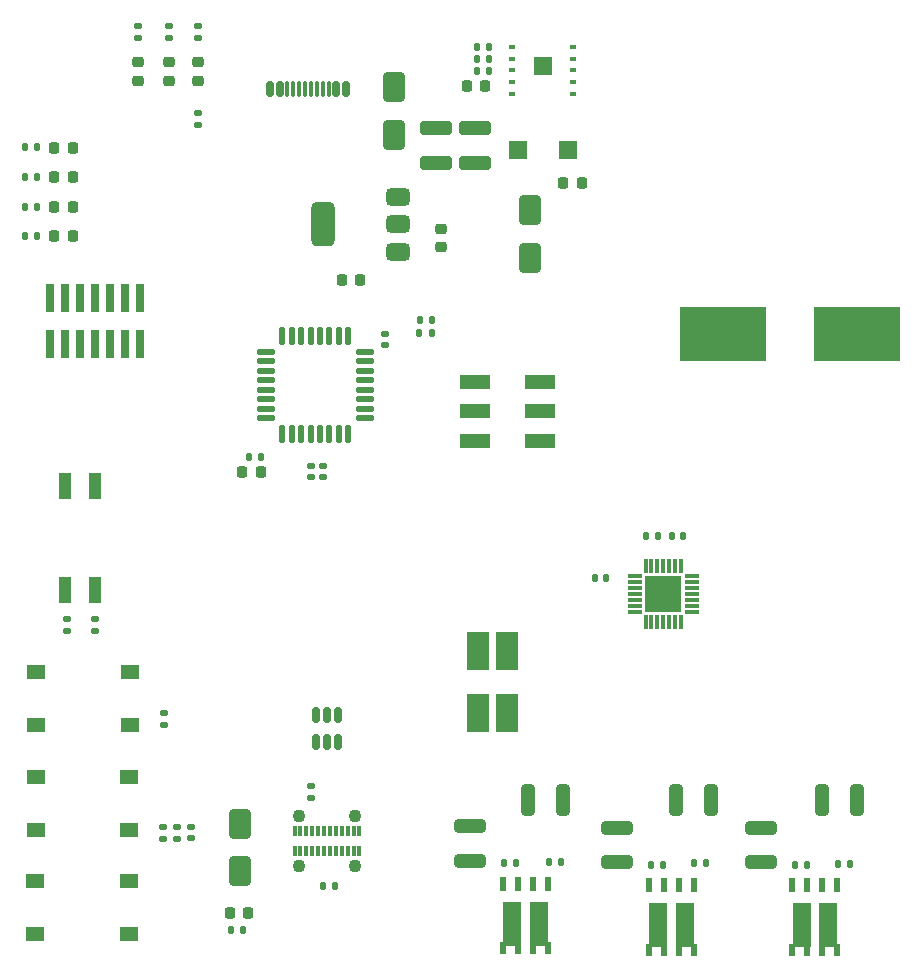
<source format=gbr>
%TF.GenerationSoftware,KiCad,Pcbnew,9.0.0*%
%TF.CreationDate,2025-03-24T22:57:22+01:00*%
%TF.ProjectId,Motor_driver,4d6f746f-725f-4647-9269-7665722e6b69,rev?*%
%TF.SameCoordinates,Original*%
%TF.FileFunction,Paste,Top*%
%TF.FilePolarity,Positive*%
%FSLAX46Y46*%
G04 Gerber Fmt 4.6, Leading zero omitted, Abs format (unit mm)*
G04 Created by KiCad (PCBNEW 9.0.0) date 2025-03-24 22:57:22*
%MOMM*%
%LPD*%
G01*
G04 APERTURE LIST*
G04 Aperture macros list*
%AMRoundRect*
0 Rectangle with rounded corners*
0 $1 Rounding radius*
0 $2 $3 $4 $5 $6 $7 $8 $9 X,Y pos of 4 corners*
0 Add a 4 corners polygon primitive as box body*
4,1,4,$2,$3,$4,$5,$6,$7,$8,$9,$2,$3,0*
0 Add four circle primitives for the rounded corners*
1,1,$1+$1,$2,$3*
1,1,$1+$1,$4,$5*
1,1,$1+$1,$6,$7*
1,1,$1+$1,$8,$9*
0 Add four rect primitives between the rounded corners*
20,1,$1+$1,$2,$3,$4,$5,0*
20,1,$1+$1,$4,$5,$6,$7,0*
20,1,$1+$1,$6,$7,$8,$9,0*
20,1,$1+$1,$8,$9,$2,$3,0*%
G04 Aperture macros list end*
%ADD10R,1.900000X3.250000*%
%ADD11RoundRect,0.250000X1.075000X-0.312500X1.075000X0.312500X-1.075000X0.312500X-1.075000X-0.312500X0*%
%ADD12R,0.610000X1.020000*%
%ADD13R,1.650000X3.810000*%
%ADD14R,0.610000X1.270000*%
%ADD15RoundRect,0.135000X-0.135000X-0.185000X0.135000X-0.185000X0.135000X0.185000X-0.135000X0.185000X0*%
%ADD16RoundRect,0.250000X0.312500X1.075000X-0.312500X1.075000X-0.312500X-1.075000X0.312500X-1.075000X0*%
%ADD17RoundRect,0.135000X0.135000X0.185000X-0.135000X0.185000X-0.135000X-0.185000X0.135000X-0.185000X0*%
%ADD18RoundRect,0.250000X-1.100000X0.325000X-1.100000X-0.325000X1.100000X-0.325000X1.100000X0.325000X0*%
%ADD19RoundRect,0.225000X-0.250000X0.225000X-0.250000X-0.225000X0.250000X-0.225000X0.250000X0.225000X0*%
%ADD20RoundRect,0.135000X-0.185000X0.135000X-0.185000X-0.135000X0.185000X-0.135000X0.185000X0.135000X0*%
%ADD21R,1.550000X1.300000*%
%ADD22RoundRect,0.250000X0.650000X-1.000000X0.650000X1.000000X-0.650000X1.000000X-0.650000X-1.000000X0*%
%ADD23RoundRect,0.218750X-0.218750X-0.256250X0.218750X-0.256250X0.218750X0.256250X-0.218750X0.256250X0*%
%ADD24R,0.500000X0.400000*%
%ADD25R,1.500000X1.500000*%
%ADD26R,0.740000X2.400000*%
%ADD27RoundRect,0.140000X-0.140000X-0.170000X0.140000X-0.170000X0.140000X0.170000X-0.140000X0.170000X0*%
%ADD28R,0.300000X0.850000*%
%ADD29C,1.100000*%
%ADD30RoundRect,0.218750X0.256250X-0.218750X0.256250X0.218750X-0.256250X0.218750X-0.256250X-0.218750X0*%
%ADD31RoundRect,0.125000X0.125000X-0.625000X0.125000X0.625000X-0.125000X0.625000X-0.125000X-0.625000X0*%
%ADD32RoundRect,0.125000X0.625000X-0.125000X0.625000X0.125000X-0.625000X0.125000X-0.625000X-0.125000X0*%
%ADD33RoundRect,0.140000X0.170000X-0.140000X0.170000X0.140000X-0.170000X0.140000X-0.170000X-0.140000X0*%
%ADD34RoundRect,0.150000X0.150000X0.500000X-0.150000X0.500000X-0.150000X-0.500000X0.150000X-0.500000X0*%
%ADD35RoundRect,0.075000X0.075000X0.575000X-0.075000X0.575000X-0.075000X-0.575000X0.075000X-0.575000X0*%
%ADD36R,0.300000X1.150000*%
%ADD37R,1.150000X0.300000*%
%ADD38R,3.150000X3.150000*%
%ADD39RoundRect,0.135000X0.185000X-0.135000X0.185000X0.135000X-0.185000X0.135000X-0.185000X-0.135000X0*%
%ADD40RoundRect,0.250000X-0.650000X1.000000X-0.650000X-1.000000X0.650000X-1.000000X0.650000X1.000000X0*%
%ADD41R,1.100000X2.200000*%
%ADD42RoundRect,0.150000X-0.150000X0.512500X-0.150000X-0.512500X0.150000X-0.512500X0.150000X0.512500X0*%
%ADD43RoundRect,0.225000X0.225000X0.250000X-0.225000X0.250000X-0.225000X-0.250000X0.225000X-0.250000X0*%
%ADD44RoundRect,0.225000X0.250000X-0.225000X0.250000X0.225000X-0.250000X0.225000X-0.250000X-0.225000X0*%
%ADD45R,7.350000X4.650000*%
%ADD46RoundRect,0.140000X-0.170000X0.140000X-0.170000X-0.140000X0.170000X-0.140000X0.170000X0.140000X0*%
%ADD47RoundRect,0.375000X0.625000X0.375000X-0.625000X0.375000X-0.625000X-0.375000X0.625000X-0.375000X0*%
%ADD48RoundRect,0.500000X0.500000X1.400000X-0.500000X1.400000X-0.500000X-1.400000X0.500000X-1.400000X0*%
%ADD49RoundRect,0.225000X-0.225000X-0.250000X0.225000X-0.250000X0.225000X0.250000X-0.225000X0.250000X0*%
%ADD50RoundRect,0.140000X0.140000X0.170000X-0.140000X0.170000X-0.140000X-0.170000X0.140000X-0.170000X0*%
%ADD51RoundRect,0.036364X1.213636X-0.563636X1.213636X0.563636X-1.213636X0.563636X-1.213636X-0.563636X0*%
G04 APERTURE END LIST*
D10*
%TO.C,R3*%
X108000000Y-116000000D03*
X105500000Y-116000000D03*
X105500000Y-110750000D03*
X108000000Y-110750000D03*
%TD*%
D11*
%TO.C,R37*%
X129469999Y-125670000D03*
X129469999Y-128595000D03*
%TD*%
D12*
%TO.C,SQJ746ELP3*%
X132134999Y-136000000D03*
X133404999Y-136000000D03*
D13*
X132909999Y-133895000D03*
D12*
X134674999Y-136000000D03*
X135944999Y-136000000D03*
D13*
X135169999Y-133895000D03*
D14*
X132134999Y-130534999D03*
X133404999Y-130535000D03*
X134674999Y-130535000D03*
X135944999Y-130534999D03*
%TD*%
D15*
%TO.C,R38*%
X133389997Y-128795000D03*
X132369999Y-128795000D03*
%TD*%
D16*
%TO.C,R36*%
X134675000Y-123300000D03*
X137600000Y-123300000D03*
%TD*%
D17*
%TO.C,R35*%
X135980001Y-128710000D03*
X136999999Y-128710000D03*
%TD*%
D18*
%TO.C,C1*%
X105300000Y-69375001D03*
X105300000Y-66424999D03*
%TD*%
%TO.C,C2*%
X102000000Y-66424999D03*
X102000000Y-69375001D03*
%TD*%
D19*
%TO.C,C5*%
X102400000Y-75000000D03*
X102400000Y-76550000D03*
%TD*%
D20*
%TO.C,R2*%
X81810000Y-65130002D03*
X81810000Y-66150000D03*
%TD*%
D21*
%TO.C,SW6*%
X76049999Y-117000000D03*
X76049999Y-112500000D03*
X68099999Y-117000000D03*
X68099999Y-112500000D03*
%TD*%
D17*
%TO.C,R31*%
X124859998Y-128640000D03*
X123840000Y-128640000D03*
%TD*%
D22*
%TO.C,D4*%
X98400000Y-67000000D03*
X98400000Y-62999998D03*
%TD*%
D20*
%TO.C,R14*%
X70700000Y-108000000D03*
X70700000Y-109019998D03*
%TD*%
D17*
%TO.C,R4*%
X106409999Y-59600000D03*
X105390001Y-59600000D03*
%TD*%
D15*
%TO.C,R9*%
X84579900Y-134371575D03*
X85599898Y-134371575D03*
%TD*%
D23*
%TO.C,D9*%
X69614998Y-68090000D03*
X71190000Y-68090000D03*
%TD*%
D14*
%TO.C,SQJ746ELP1*%
X111444999Y-130434999D03*
X110174999Y-130435000D03*
X108904999Y-130435000D03*
X107634999Y-130434999D03*
D13*
X110669999Y-133795000D03*
D12*
X111444999Y-135900000D03*
X110174999Y-135900000D03*
D13*
X108409999Y-133795000D03*
D12*
X108904999Y-135900000D03*
X107634999Y-135900000D03*
%TD*%
D24*
%TO.C,PS1*%
X108400000Y-59550000D03*
X108400000Y-60550000D03*
X108399999Y-61550000D03*
X108400000Y-62550000D03*
X108400000Y-63550000D03*
D25*
X108900000Y-68300000D03*
X113100000Y-68300000D03*
D24*
X113600000Y-63550000D03*
X113600000Y-62550000D03*
X113600001Y-61550000D03*
X113600000Y-60550000D03*
X113600000Y-59550000D03*
D25*
X111000000Y-61150000D03*
%TD*%
D21*
%TO.C,SW1*%
X75990000Y-134680000D03*
X75990000Y-130180000D03*
X68040000Y-134680000D03*
X68040000Y-130180000D03*
%TD*%
D26*
%TO.C,J4*%
X69250000Y-84700000D03*
X69250000Y-80800000D03*
X70520000Y-84700000D03*
X70520000Y-80800000D03*
X71790000Y-84700000D03*
X71790000Y-80800000D03*
X73060000Y-84700000D03*
X73060000Y-80800000D03*
X74330000Y-84700000D03*
X74330000Y-80800000D03*
X75600000Y-84700000D03*
X75600000Y-80800000D03*
X76870000Y-84700000D03*
X76870000Y-80800000D03*
%TD*%
D27*
%TO.C,C3*%
X115390000Y-104500000D03*
X116350000Y-104500000D03*
%TD*%
D17*
%TO.C,R23*%
X101590000Y-82700000D03*
X100570002Y-82700000D03*
%TD*%
D20*
%TO.C,R18*%
X80050000Y-125580002D03*
X80050000Y-126600000D03*
%TD*%
D28*
%TO.C,J6*%
X95479900Y-127641573D03*
X94979900Y-127641573D03*
X94479900Y-127641573D03*
X93979900Y-127641573D03*
X93479900Y-127641573D03*
X92979900Y-127641573D03*
X92479900Y-127641573D03*
X91979900Y-127641573D03*
X91479900Y-127641573D03*
X90979900Y-127641573D03*
X90479900Y-127641573D03*
X89979900Y-127641573D03*
X89979900Y-125971573D03*
X90479900Y-125971573D03*
X90979900Y-125971573D03*
X91479900Y-125971573D03*
X91979900Y-125971573D03*
X92479900Y-125971573D03*
X92979900Y-125971573D03*
X93479900Y-125971573D03*
X93979900Y-125971573D03*
X94479900Y-125971573D03*
X94979900Y-125971573D03*
X95479900Y-125971573D03*
D29*
X95129900Y-128956573D03*
X95129900Y-124656573D03*
X90329900Y-128956573D03*
X90329900Y-124656573D03*
%TD*%
D30*
%TO.C,D11*%
X79319253Y-62424032D03*
X79319253Y-60849030D03*
%TD*%
D17*
%TO.C,R7*%
X68194996Y-75600000D03*
X67174998Y-75600000D03*
%TD*%
%TO.C,R6*%
X106409999Y-60600000D03*
X105390001Y-60600000D03*
%TD*%
D31*
%TO.C,U3*%
X88936397Y-92372918D03*
X89736397Y-92372918D03*
X90536397Y-92372918D03*
X91336397Y-92372918D03*
X92136397Y-92372918D03*
X92936397Y-92372918D03*
X93736397Y-92372918D03*
X94536397Y-92372918D03*
D32*
X95911397Y-90997918D03*
X95911397Y-90197918D03*
X95911397Y-89397918D03*
X95911397Y-88597918D03*
X95911397Y-87797918D03*
X95911397Y-86997918D03*
X95911397Y-86197918D03*
X95911397Y-85397918D03*
D31*
X94536397Y-84022918D03*
X93736397Y-84022918D03*
X92936397Y-84022918D03*
X92136397Y-84022918D03*
X91336397Y-84022918D03*
X90536397Y-84022918D03*
X89736397Y-84022918D03*
X88936397Y-84022918D03*
D32*
X87561397Y-85397918D03*
X87561397Y-86197918D03*
X87561397Y-86997918D03*
X87561397Y-87797918D03*
X87561397Y-88597918D03*
X87561397Y-89397918D03*
X87561397Y-90197918D03*
X87561397Y-90997918D03*
%TD*%
D17*
%TO.C,R24*%
X101580000Y-83830000D03*
X100560002Y-83830000D03*
%TD*%
%TO.C,R10*%
X68200000Y-70590000D03*
X67180002Y-70590000D03*
%TD*%
D27*
%TO.C,C15*%
X86150001Y-94297207D03*
X87110001Y-94297207D03*
%TD*%
D14*
%TO.C,SQJ746ELP2*%
X123805000Y-130524999D03*
X122535000Y-130525000D03*
X121265000Y-130525000D03*
X119995000Y-130524999D03*
D13*
X123030000Y-133885000D03*
D12*
X123805000Y-135990000D03*
X122535000Y-135990000D03*
D13*
X120770000Y-133885000D03*
D12*
X121265000Y-135990000D03*
X119995000Y-135990000D03*
%TD*%
D16*
%TO.C,R32*%
X125225000Y-123300000D03*
X122300000Y-123300000D03*
%TD*%
D30*
%TO.C,D10*%
X76729254Y-62424033D03*
X76729254Y-60849031D03*
%TD*%
D23*
%TO.C,D6*%
X69614998Y-73090000D03*
X71190000Y-73090000D03*
%TD*%
D33*
%TO.C,C12*%
X91382841Y-96016853D03*
X91382841Y-95056853D03*
%TD*%
D15*
%TO.C,R30*%
X107750001Y-128695000D03*
X108769999Y-128695000D03*
%TD*%
D23*
%TO.C,D5*%
X69614998Y-75590000D03*
X71190000Y-75590000D03*
%TD*%
D15*
%TO.C,R34*%
X120150001Y-128795000D03*
X121169999Y-128795000D03*
%TD*%
D34*
%TO.C,J5*%
X94310000Y-63140000D03*
X93510000Y-63140000D03*
D35*
X92360000Y-63139999D03*
X91360000Y-63140000D03*
X90860000Y-63140000D03*
X89860000Y-63139999D03*
D34*
X88710000Y-63140000D03*
X87910000Y-63140000D03*
X87910000Y-63140000D03*
X88710000Y-63140000D03*
D35*
X89360000Y-63140000D03*
X90360000Y-63140000D03*
X91860000Y-63140000D03*
X92860000Y-63140000D03*
D34*
X93510000Y-63140000D03*
X94310000Y-63140000D03*
%TD*%
D21*
%TO.C,SW5*%
X76000000Y-125850000D03*
X76000000Y-121350000D03*
X68050000Y-125850000D03*
X68050000Y-121350000D03*
%TD*%
D36*
%TO.C,IC1*%
X119700000Y-108300000D03*
X120200000Y-108300000D03*
X120700000Y-108300000D03*
X121200000Y-108300000D03*
X121700000Y-108300000D03*
X122200000Y-108300000D03*
X122700000Y-108300000D03*
D37*
X123600000Y-107400000D03*
X123600000Y-106900000D03*
X123600000Y-106400000D03*
X123600000Y-105900000D03*
X123600000Y-105400000D03*
X123600000Y-104900000D03*
X123600000Y-104400000D03*
D36*
X122700000Y-103500000D03*
X122200000Y-103500000D03*
X121700000Y-103500000D03*
X121200000Y-103500000D03*
X120700000Y-103500000D03*
X120200000Y-103500000D03*
X119700000Y-103500000D03*
D37*
X118800000Y-104400000D03*
X118800000Y-104900000D03*
X118800000Y-105400000D03*
X118800000Y-105900000D03*
X118800000Y-106400000D03*
X118800000Y-106900000D03*
X118800000Y-107400000D03*
D38*
X121200000Y-105900000D03*
%TD*%
D17*
%TO.C,R8*%
X68194997Y-73090000D03*
X67174999Y-73090000D03*
%TD*%
D15*
%TO.C,R20*%
X92380002Y-130600000D03*
X93400000Y-130600000D03*
%TD*%
D39*
%TO.C,R21*%
X91379899Y-123141574D03*
X91379899Y-122121576D03*
%TD*%
D40*
%TO.C,D3*%
X85379899Y-125371572D03*
X85379899Y-129371574D03*
%TD*%
D41*
%TO.C,SW3*%
X73110000Y-96720000D03*
X70570000Y-96720000D03*
X70570000Y-105520000D03*
X73110000Y-105520000D03*
%TD*%
D42*
%TO.C,U4*%
X93679899Y-116141574D03*
X92729900Y-116141574D03*
X91779901Y-116141574D03*
X91779901Y-118416574D03*
X92729900Y-118416574D03*
X93679899Y-118416574D03*
%TD*%
D43*
%TO.C,C4*%
X106100000Y-62900000D03*
X104550000Y-62900000D03*
%TD*%
D44*
%TO.C,D1*%
X81819254Y-62424033D03*
X81819254Y-60874033D03*
%TD*%
D39*
%TO.C,R19*%
X78850000Y-126600000D03*
X78850000Y-125580002D03*
%TD*%
%TO.C,R1*%
X81769253Y-58844033D03*
X81769253Y-57824035D03*
%TD*%
D20*
%TO.C,R22*%
X78900000Y-115980002D03*
X78900000Y-117000000D03*
%TD*%
D27*
%TO.C,C6*%
X119780001Y-101000000D03*
X120740001Y-101000000D03*
%TD*%
D45*
%TO.C,C10*%
X126240000Y-83840000D03*
X137640000Y-83840000D03*
%TD*%
D16*
%TO.C,R28*%
X112700000Y-123300000D03*
X109775000Y-123300000D03*
%TD*%
D46*
%TO.C,C16*%
X92372792Y-95056854D03*
X92372792Y-96016854D03*
%TD*%
D23*
%TO.C,D7*%
X84504896Y-132871575D03*
X86079898Y-132871575D03*
%TD*%
D43*
%TO.C,C18*%
X87110000Y-95570000D03*
X85560000Y-95570000D03*
%TD*%
D17*
%TO.C,R11*%
X68194997Y-68070000D03*
X67174999Y-68070000D03*
%TD*%
D47*
%TO.C,U1*%
X98700001Y-76900000D03*
X98700000Y-74600000D03*
X98700001Y-72300000D03*
D48*
X92400002Y-74600000D03*
%TD*%
D49*
%TO.C,C9*%
X112750000Y-71100000D03*
X114300000Y-71100000D03*
%TD*%
D43*
%TO.C,C8*%
X95550000Y-79300000D03*
X94000000Y-79300000D03*
%TD*%
D50*
%TO.C,C7*%
X122900000Y-101000000D03*
X121940000Y-101000000D03*
%TD*%
D15*
%TO.C,R5*%
X105390001Y-61600000D03*
X106409999Y-61600000D03*
%TD*%
D23*
%TO.C,D8*%
X69614998Y-70590000D03*
X71190000Y-70590000D03*
%TD*%
D11*
%TO.C,R29*%
X104869999Y-128495000D03*
X104869999Y-125570000D03*
%TD*%
%TO.C,R33*%
X117269999Y-128620000D03*
X117269999Y-125695000D03*
%TD*%
D22*
%TO.C,D2*%
X109900000Y-77400002D03*
X109900000Y-73400000D03*
%TD*%
D46*
%TO.C,C17*%
X97600000Y-83840000D03*
X97600000Y-84800000D03*
%TD*%
D51*
%TO.C,U2*%
X105300000Y-87900000D03*
X105300000Y-90400000D03*
X105300000Y-92900000D03*
X110800000Y-87900000D03*
X110800000Y-90400000D03*
X110800000Y-92900000D03*
%TD*%
D17*
%TO.C,R27*%
X112530000Y-128610000D03*
X111510002Y-128610000D03*
%TD*%
D20*
%TO.C,R15*%
X73100000Y-108000000D03*
X73100000Y-109019998D03*
%TD*%
D39*
%TO.C,R25*%
X76729254Y-58849031D03*
X76729254Y-57829033D03*
%TD*%
%TO.C,R26*%
X79329253Y-58849031D03*
X79329253Y-57829033D03*
%TD*%
D46*
%TO.C,C14*%
X81250000Y-125600001D03*
X81250000Y-126560001D03*
%TD*%
M02*

</source>
